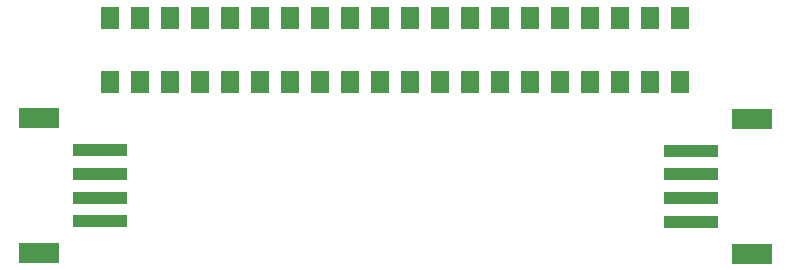
<source format=gbr>
G04 EAGLE Gerber RS-274X export*
G75*
%MOMM*%
%FSLAX34Y34*%
%LPD*%
%INSolderpaste Bottom*%
%IPPOS*%
%AMOC8*
5,1,8,0,0,1.08239X$1,22.5*%
G01*
%ADD10R,4.600000X1.000000*%
%ADD11R,3.400000X1.700000*%
%ADD12R,1.500000X1.900000*%


D10*
X75100Y180200D03*
X75100Y160200D03*
D11*
X23100Y207200D03*
X23100Y93200D03*
D10*
X75100Y140200D03*
X75100Y120200D03*
X574900Y119800D03*
X574900Y139800D03*
D11*
X626900Y92800D03*
X626900Y206800D03*
D10*
X574900Y159800D03*
X574900Y179800D03*
D12*
X83500Y292500D03*
X108900Y292500D03*
X134300Y292500D03*
X159700Y292500D03*
X185100Y292500D03*
X210500Y292500D03*
X235900Y292500D03*
X261300Y292500D03*
X286700Y292500D03*
X312100Y292500D03*
X337500Y292500D03*
X362900Y292500D03*
X388300Y292500D03*
X413700Y292500D03*
X439100Y292500D03*
X464500Y292500D03*
X489900Y292500D03*
X515300Y292500D03*
X540700Y292500D03*
X566100Y292500D03*
X566300Y238000D03*
X540900Y238000D03*
X515500Y238000D03*
X490100Y238000D03*
X464700Y238000D03*
X439300Y238000D03*
X413900Y238000D03*
X388500Y238000D03*
X363100Y238000D03*
X337700Y238000D03*
X312300Y238000D03*
X286900Y238000D03*
X261500Y238000D03*
X236100Y238000D03*
X210700Y238000D03*
X185300Y238000D03*
X159900Y238000D03*
X134500Y238000D03*
X109100Y238000D03*
X83700Y238000D03*
M02*

</source>
